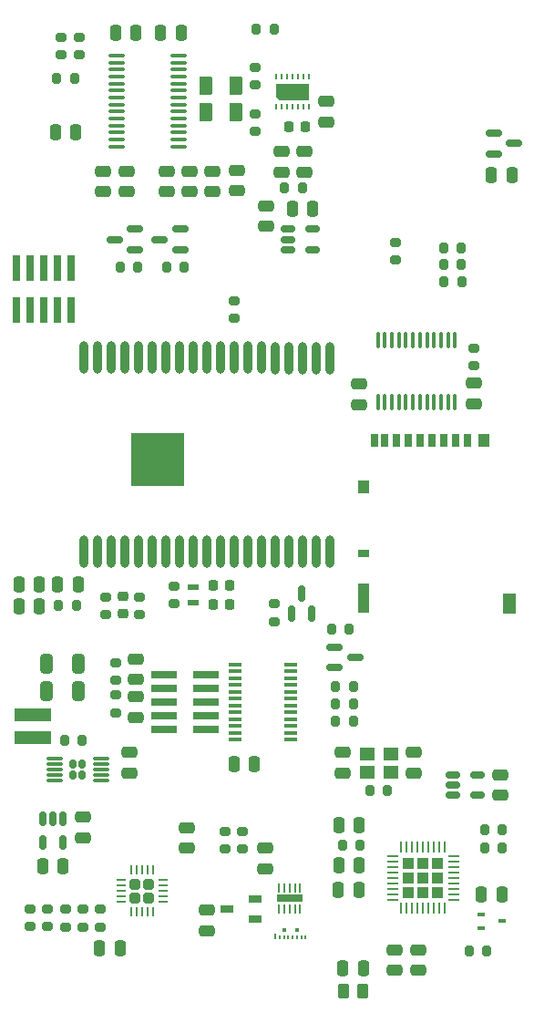
<source format=gtp>
%TF.GenerationSoftware,KiCad,Pcbnew,(6.0.5-0)*%
%TF.CreationDate,2022-09-11T18:06:33+10:00*%
%TF.ProjectId,gay-ipod,6761792d-6970-46f6-942e-6b696361645f,rev?*%
%TF.SameCoordinates,Original*%
%TF.FileFunction,Paste,Top*%
%TF.FilePolarity,Positive*%
%FSLAX46Y46*%
G04 Gerber Fmt 4.6, Leading zero omitted, Abs format (unit mm)*
G04 Created by KiCad (PCBNEW (6.0.5-0)) date 2022-09-11 18:06:33*
%MOMM*%
%LPD*%
G01*
G04 APERTURE LIST*
G04 Aperture macros list*
%AMRoundRect*
0 Rectangle with rounded corners*
0 $1 Rounding radius*
0 $2 $3 $4 $5 $6 $7 $8 $9 X,Y pos of 4 corners*
0 Add a 4 corners polygon primitive as box body*
4,1,4,$2,$3,$4,$5,$6,$7,$8,$9,$2,$3,0*
0 Add four circle primitives for the rounded corners*
1,1,$1+$1,$2,$3*
1,1,$1+$1,$4,$5*
1,1,$1+$1,$6,$7*
1,1,$1+$1,$8,$9*
0 Add four rect primitives between the rounded corners*
20,1,$1+$1,$2,$3,$4,$5,0*
20,1,$1+$1,$4,$5,$6,$7,0*
20,1,$1+$1,$6,$7,$8,$9,0*
20,1,$1+$1,$8,$9,$2,$3,0*%
%AMOutline5P*
0 Free polygon, 5 corners , with rotation*
0 The origin of the aperture is its center*
0 number of corners: always 5*
0 $1 to $10 corner X, Y*
0 $11 Rotation angle, in degrees counterclockwise*
0 create outline with 5 corners*
4,1,5,$1,$2,$3,$4,$5,$6,$7,$8,$9,$10,$1,$2,$11*%
%AMOutline6P*
0 Free polygon, 6 corners , with rotation*
0 The origin of the aperture is its center*
0 number of corners: always 6*
0 $1 to $12 corner X, Y*
0 $13 Rotation angle, in degrees counterclockwise*
0 create outline with 6 corners*
4,1,6,$1,$2,$3,$4,$5,$6,$7,$8,$9,$10,$11,$12,$1,$2,$13*%
%AMOutline7P*
0 Free polygon, 7 corners , with rotation*
0 The origin of the aperture is its center*
0 number of corners: always 7*
0 $1 to $14 corner X, Y*
0 $15 Rotation angle, in degrees counterclockwise*
0 create outline with 7 corners*
4,1,7,$1,$2,$3,$4,$5,$6,$7,$8,$9,$10,$11,$12,$13,$14,$1,$2,$15*%
%AMOutline8P*
0 Free polygon, 8 corners , with rotation*
0 The origin of the aperture is its center*
0 number of corners: always 8*
0 $1 to $16 corner X, Y*
0 $17 Rotation angle, in degrees counterclockwise*
0 create outline with 8 corners*
4,1,8,$1,$2,$3,$4,$5,$6,$7,$8,$9,$10,$11,$12,$13,$14,$15,$16,$1,$2,$17*%
G04 Aperture macros list end*
%ADD10R,5.000000X5.000000*%
%ADD11O,0.900000X3.000000*%
%ADD12R,2.400000X0.740000*%
%ADD13RoundRect,0.200000X0.275000X-0.200000X0.275000X0.200000X-0.275000X0.200000X-0.275000X-0.200000X0*%
%ADD14RoundRect,0.250000X-0.250000X-0.475000X0.250000X-0.475000X0.250000X0.475000X-0.250000X0.475000X0*%
%ADD15RoundRect,0.250000X0.250000X0.475000X-0.250000X0.475000X-0.250000X-0.475000X0.250000X-0.475000X0*%
%ADD16RoundRect,0.225000X-0.225000X-0.250000X0.225000X-0.250000X0.225000X0.250000X-0.225000X0.250000X0*%
%ADD17Outline5P,-1.500000X0.800000X1.500000X0.800000X1.500000X-0.800000X-1.180000X-0.800000X-1.500000X-0.480000X0.000000*%
%ADD18R,0.250000X0.600000*%
%ADD19RoundRect,0.200000X-0.200000X-0.275000X0.200000X-0.275000X0.200000X0.275000X-0.200000X0.275000X0*%
%ADD20RoundRect,0.200000X-0.275000X0.200000X-0.275000X-0.200000X0.275000X-0.200000X0.275000X0.200000X0*%
%ADD21RoundRect,0.150000X0.150000X-0.587500X0.150000X0.587500X-0.150000X0.587500X-0.150000X-0.587500X0*%
%ADD22RoundRect,0.100000X0.100000X-0.637500X0.100000X0.637500X-0.100000X0.637500X-0.100000X-0.637500X0*%
%ADD23RoundRect,0.200000X0.200000X0.275000X-0.200000X0.275000X-0.200000X-0.275000X0.200000X-0.275000X0*%
%ADD24R,0.740000X2.400000*%
%ADD25RoundRect,0.075000X0.650000X0.075000X-0.650000X0.075000X-0.650000X-0.075000X0.650000X-0.075000X0*%
%ADD26RoundRect,0.175000X0.175000X0.220000X-0.175000X0.220000X-0.175000X-0.220000X0.175000X-0.220000X0*%
%ADD27RoundRect,0.150000X0.587500X0.150000X-0.587500X0.150000X-0.587500X-0.150000X0.587500X-0.150000X0*%
%ADD28RoundRect,0.250000X0.475000X-0.250000X0.475000X0.250000X-0.475000X0.250000X-0.475000X-0.250000X0*%
%ADD29RoundRect,0.250000X-0.325000X-0.650000X0.325000X-0.650000X0.325000X0.650000X-0.325000X0.650000X0*%
%ADD30RoundRect,0.250000X-0.255000X0.255000X-0.255000X-0.255000X0.255000X-0.255000X0.255000X0.255000X0*%
%ADD31RoundRect,0.062500X-0.062500X0.350000X-0.062500X-0.350000X0.062500X-0.350000X0.062500X0.350000X0*%
%ADD32RoundRect,0.062500X-0.350000X0.062500X-0.350000X-0.062500X0.350000X-0.062500X0.350000X0.062500X0*%
%ADD33RoundRect,0.250000X-0.475000X0.250000X-0.475000X-0.250000X0.475000X-0.250000X0.475000X0.250000X0*%
%ADD34RoundRect,0.150000X-0.512500X-0.150000X0.512500X-0.150000X0.512500X0.150000X-0.512500X0.150000X0*%
%ADD35R,1.400000X1.200000*%
%ADD36RoundRect,0.150000X-0.150000X0.512500X-0.150000X-0.512500X0.150000X-0.512500X0.150000X0.512500X0*%
%ADD37R,1.200000X0.400000*%
%ADD38RoundRect,0.150000X-0.587500X-0.150000X0.587500X-0.150000X0.587500X0.150000X-0.587500X0.150000X0*%
%ADD39R,1.000000X1.200000*%
%ADD40R,1.000000X2.800000*%
%ADD41R,1.300000X1.900000*%
%ADD42R,1.000000X0.800000*%
%ADD43R,0.700000X1.200000*%
%ADD44RoundRect,0.225000X0.225000X0.250000X-0.225000X0.250000X-0.225000X-0.250000X0.225000X-0.250000X0*%
%ADD45R,0.300000X0.400000*%
%ADD46R,0.254000X0.406400*%
%ADD47R,0.254000X0.508000*%
%ADD48RoundRect,0.225000X0.250000X-0.225000X0.250000X0.225000X-0.250000X0.225000X-0.250000X-0.225000X0*%
%ADD49RoundRect,0.062500X-0.062500X-0.475000X0.062500X-0.475000X0.062500X0.475000X-0.062500X0.475000X0*%
%ADD50RoundRect,0.062500X-0.475000X-0.062500X0.475000X-0.062500X0.475000X0.062500X-0.475000X0.062500X0*%
%ADD51RoundRect,0.250000X-0.300000X-0.300000X0.300000X-0.300000X0.300000X0.300000X-0.300000X0.300000X0*%
%ADD52R,1.100000X0.600000*%
%ADD53RoundRect,0.100000X0.637500X0.100000X-0.637500X0.100000X-0.637500X-0.100000X0.637500X-0.100000X0*%
%ADD54R,0.700000X0.450000*%
%ADD55RoundRect,0.250000X-0.375000X-0.625000X0.375000X-0.625000X0.375000X0.625000X-0.375000X0.625000X0*%
%ADD56RoundRect,0.250000X-0.262500X-0.450000X0.262500X-0.450000X0.262500X0.450000X-0.262500X0.450000X0*%
%ADD57R,2.489200X0.736600*%
%ADD58R,0.254000X0.812800*%
%ADD59R,3.400000X1.300000*%
%ADD60R,1.220000X0.650000*%
G04 APERTURE END LIST*
D10*
%TO.C,U101*%
X130279996Y-98800006D03*
D11*
X123359996Y-89370006D03*
X124629996Y-89370006D03*
X125899996Y-89370006D03*
X127169996Y-89370006D03*
X128439996Y-89370006D03*
X129709996Y-89370006D03*
X130979996Y-89370006D03*
X132249996Y-89370006D03*
X133519996Y-89370006D03*
X134789996Y-89370006D03*
X136059996Y-89370006D03*
X137329996Y-89370006D03*
X138599996Y-89370006D03*
X139869996Y-89370006D03*
X141169996Y-89400006D03*
X142439996Y-89400006D03*
X143709996Y-89400006D03*
X144979996Y-89400006D03*
X146249996Y-89400006D03*
X146249996Y-107400006D03*
X144979996Y-107400006D03*
X143709996Y-107400006D03*
X142439996Y-107400006D03*
X141169996Y-107400006D03*
X139869996Y-107400006D03*
X138599996Y-107400006D03*
X137329996Y-107400006D03*
X136059996Y-107400006D03*
X134789996Y-107400006D03*
X133519996Y-107400006D03*
X132249996Y-107400006D03*
X130979996Y-107400006D03*
X129709996Y-107400006D03*
X128439996Y-107400006D03*
X127169996Y-107400006D03*
X125899996Y-107400006D03*
X124629996Y-107400006D03*
X123359996Y-107400006D03*
%TD*%
D12*
%TO.C,J102*%
X130850000Y-118860000D03*
X134750000Y-118860000D03*
X130850000Y-120130000D03*
X134750000Y-120130000D03*
X130850000Y-121400000D03*
X134750000Y-121400000D03*
X130850000Y-122670000D03*
X134750000Y-122670000D03*
X130850000Y-123940000D03*
X134750000Y-123940000D03*
%TD*%
D13*
%TO.C,R303*%
X122950000Y-59625000D03*
X122950000Y-61275000D03*
%TD*%
%TO.C,R309*%
X121300000Y-59625000D03*
X121300000Y-61275000D03*
%TD*%
D14*
%TO.C,C302*%
X132450000Y-59200000D03*
X130550009Y-59200004D03*
%TD*%
D15*
%TO.C,C301*%
X126350000Y-59200000D03*
X128249991Y-59199992D03*
%TD*%
D16*
%TO.C,C312*%
X143975000Y-67950000D03*
X142425000Y-67950000D03*
%TD*%
D17*
%TO.C,U301*%
X142800000Y-64700000D03*
D18*
X141300000Y-63300000D03*
X141800000Y-63300000D03*
X142300000Y-63300000D03*
X142800000Y-63300000D03*
X143300000Y-63300000D03*
X143800000Y-63300000D03*
X144300000Y-63300000D03*
X144300000Y-66100000D03*
X143800000Y-66100000D03*
X143300000Y-66100000D03*
X142800000Y-66100000D03*
X142300000Y-66100000D03*
X141800000Y-66100000D03*
X141300000Y-66100000D03*
%TD*%
D19*
%TO.C,R310*%
X141075000Y-58850000D03*
X139425000Y-58850000D03*
%TD*%
D20*
%TO.C,R305*%
X139275000Y-64075000D03*
X139275000Y-62425000D03*
%TD*%
%TO.C,R304*%
X139300000Y-68375000D03*
X139300000Y-66725000D03*
%TD*%
D19*
%TO.C,R302*%
X143675000Y-73600000D03*
X142025000Y-73600000D03*
%TD*%
D21*
%TO.C,Q403*%
X143650000Y-111312500D03*
X144600000Y-113187500D03*
X142700000Y-113187500D03*
%TD*%
D22*
%TO.C,U405*%
X150725000Y-87787500D03*
X151375000Y-87787500D03*
X152025000Y-87787500D03*
X152675000Y-87787500D03*
X153325000Y-87787500D03*
X153975000Y-87787500D03*
X154625000Y-87787500D03*
X155275000Y-87787500D03*
X155925000Y-87787500D03*
X156575000Y-87787500D03*
X157225000Y-87787500D03*
X157875000Y-87787500D03*
X157875000Y-93512500D03*
X157225000Y-93512500D03*
X156575000Y-93512500D03*
X155925000Y-93512500D03*
X155275000Y-93512500D03*
X154625000Y-93512500D03*
X153975000Y-93512500D03*
X153325000Y-93512500D03*
X152675000Y-93512500D03*
X152025000Y-93512500D03*
X151375000Y-93512500D03*
X150725000Y-93512500D03*
%TD*%
D23*
%TO.C,R210*%
X146775000Y-119950000D03*
X148425000Y-119950000D03*
%TD*%
%TO.C,R207*%
X148425000Y-123150000D03*
X146775000Y-123150000D03*
%TD*%
%TO.C,R209*%
X148425000Y-121550000D03*
X146775000Y-121550000D03*
%TD*%
D24*
%TO.C,U103*%
X117160000Y-84950000D03*
X117160000Y-81050000D03*
X118430000Y-84950000D03*
X118430000Y-81050000D03*
X119700000Y-84950000D03*
X119700000Y-81050000D03*
X120970000Y-84950000D03*
X120970000Y-81050000D03*
X122240000Y-84950000D03*
X122240000Y-81050000D03*
%TD*%
D15*
%TO.C,C212*%
X142750000Y-75550000D03*
X144650000Y-75550000D03*
%TD*%
D13*
%TO.C,R201*%
X138100000Y-133375000D03*
X138100000Y-135025000D03*
%TD*%
D25*
%TO.C,U202*%
X120675000Y-128625000D03*
X120675000Y-128125000D03*
X120675000Y-127625000D03*
X120675000Y-127125000D03*
X120675000Y-126625000D03*
X124975000Y-126625000D03*
X124975000Y-127125000D03*
X124975000Y-127625000D03*
X124975000Y-128125000D03*
X124975000Y-128625000D03*
D26*
X123245000Y-127155000D03*
X122405000Y-127155000D03*
X122405000Y-128095000D03*
X123245000Y-128095000D03*
%TD*%
D20*
%TO.C,R107*%
X131775000Y-112225000D03*
X131775000Y-110575000D03*
%TD*%
D27*
%TO.C,Q301*%
X130462500Y-78400000D03*
X132337500Y-77450000D03*
X132337500Y-79350000D03*
%TD*%
D28*
%TO.C,C204*%
X128200000Y-117375000D03*
X128200000Y-119275000D03*
%TD*%
D20*
%TO.C,R211*%
X126400000Y-119350000D03*
X126400000Y-117700000D03*
%TD*%
D29*
%TO.C,C207*%
X122900000Y-117825000D03*
X119950000Y-117825000D03*
%TD*%
D23*
%TO.C,R213*%
X121600000Y-124925000D03*
X123250000Y-124925000D03*
%TD*%
D30*
%TO.C,U201*%
X129425000Y-139525000D03*
X129425000Y-138275000D03*
X128175000Y-138275000D03*
X128175000Y-139525000D03*
D31*
X129800000Y-136962500D03*
X129300000Y-136962500D03*
X128800000Y-136962500D03*
X128300000Y-136962500D03*
X127800000Y-136962500D03*
D32*
X126862500Y-137900000D03*
X126862500Y-138400000D03*
X126862500Y-138900000D03*
X126862500Y-139400000D03*
X126862500Y-139900000D03*
D31*
X127800000Y-140837500D03*
X128300000Y-140837500D03*
X128800000Y-140837500D03*
X129300000Y-140837500D03*
X129800000Y-140837500D03*
D32*
X130737500Y-139900000D03*
X130737500Y-139400000D03*
X130737500Y-138900000D03*
X130737500Y-138400000D03*
X130737500Y-137900000D03*
%TD*%
D33*
%TO.C,C201*%
X134800000Y-142600000D03*
X134800000Y-140700000D03*
%TD*%
D20*
%TO.C,R203*%
X123300000Y-142250000D03*
X123300000Y-140600000D03*
%TD*%
%TO.C,R412*%
X159650000Y-90125000D03*
X159650000Y-88475000D03*
%TD*%
D15*
%TO.C,C202*%
X124850000Y-144200000D03*
X126750000Y-144200000D03*
%TD*%
D28*
%TO.C,C416*%
X148950000Y-91850000D03*
X148950000Y-93750000D03*
%TD*%
%TO.C,C413*%
X147400000Y-126050000D03*
X147400000Y-127950000D03*
%TD*%
D23*
%TO.C,R103*%
X156825000Y-80750000D03*
X158475000Y-80750000D03*
%TD*%
D34*
%TO.C,U403*%
X159937500Y-128100000D03*
X159937500Y-130000000D03*
X157662500Y-130000000D03*
X157662500Y-129050000D03*
X157662500Y-128100000D03*
%TD*%
D23*
%TO.C,R403*%
X160625000Y-134900000D03*
X162275000Y-134900000D03*
%TD*%
D33*
%TO.C,C314*%
X137600000Y-73900000D03*
X137600000Y-72000000D03*
%TD*%
D14*
%TO.C,C403*%
X148950000Y-138800000D03*
X147050000Y-138800000D03*
%TD*%
D33*
%TO.C,C305*%
X141800000Y-72150000D03*
X141800000Y-70250000D03*
%TD*%
D35*
%TO.C,Y401*%
X149700000Y-126150000D03*
X151900000Y-126150000D03*
X151900000Y-127850000D03*
X149700000Y-127850000D03*
%TD*%
D36*
%TO.C,U203*%
X121450000Y-134437500D03*
X119550000Y-134437500D03*
X119550000Y-132162500D03*
X120500000Y-132162500D03*
X121450000Y-132162500D03*
%TD*%
D15*
%TO.C,C103*%
X117350000Y-112500000D03*
X119250000Y-112500000D03*
%TD*%
D14*
%TO.C,C105*%
X139250000Y-127100000D03*
X137350000Y-127100000D03*
%TD*%
D33*
%TO.C,C311*%
X135300000Y-73950000D03*
X135300000Y-72050000D03*
%TD*%
D23*
%TO.C,R101*%
X121050000Y-112400000D03*
X122700000Y-112400000D03*
%TD*%
D19*
%TO.C,R405*%
X151625000Y-129600000D03*
X149975000Y-129600000D03*
%TD*%
D13*
%TO.C,R212*%
X128600000Y-111625000D03*
X128600000Y-113275000D03*
%TD*%
D15*
%TO.C,C315*%
X120750000Y-68475000D03*
X122650000Y-68475000D03*
%TD*%
D20*
%TO.C,R215*%
X125400000Y-113275000D03*
X125400000Y-111625000D03*
%TD*%
D37*
%TO.C,U102*%
X137450000Y-124842500D03*
X137450000Y-124207500D03*
X137450000Y-123572500D03*
X137450000Y-122937500D03*
X137450000Y-122302500D03*
X137450000Y-121667500D03*
X137450000Y-121032500D03*
X137450000Y-120397500D03*
X137450000Y-119762500D03*
X137450000Y-119127500D03*
X137450000Y-118492500D03*
X137450000Y-117857500D03*
X142650000Y-117857500D03*
X142650000Y-118492500D03*
X142650000Y-119127500D03*
X142650000Y-119762500D03*
X142650000Y-120397500D03*
X142650000Y-121032500D03*
X142650000Y-121667500D03*
X142650000Y-122302500D03*
X142650000Y-122937500D03*
X142650000Y-123572500D03*
X142650000Y-124207500D03*
X142650000Y-124842500D03*
%TD*%
D38*
%TO.C,Q101*%
X163337500Y-69500000D03*
X161462500Y-70450000D03*
X161462500Y-68550000D03*
%TD*%
D19*
%TO.C,R306*%
X122525000Y-63450000D03*
X120875000Y-63450000D03*
%TD*%
D16*
%TO.C,C106*%
X136950000Y-110500000D03*
X135400000Y-110500000D03*
%TD*%
D20*
%TO.C,R214*%
X126400000Y-122375000D03*
X126400000Y-120725000D03*
%TD*%
D13*
%TO.C,R206*%
X118400000Y-140575000D03*
X118400000Y-142225000D03*
%TD*%
D39*
%TO.C,J402*%
X160575000Y-97075000D03*
D40*
X149425000Y-111725000D03*
D39*
X149425000Y-101375000D03*
D41*
X162925000Y-112175000D03*
D42*
X149425000Y-107575000D03*
D43*
X150375000Y-97075000D03*
X151325000Y-97075000D03*
X152425000Y-97075000D03*
X153525000Y-97075000D03*
X154625000Y-97075000D03*
X155725000Y-97075000D03*
X156825000Y-97075000D03*
X157925000Y-97075000D03*
X159025000Y-97075000D03*
%TD*%
D15*
%TO.C,C408*%
X160350000Y-139200000D03*
X162250000Y-139200000D03*
%TD*%
D33*
%TO.C,C310*%
X127400000Y-73950000D03*
X127400000Y-72050000D03*
%TD*%
%TO.C,C405*%
X152300000Y-146250000D03*
X152300000Y-144350000D03*
%TD*%
D44*
%TO.C,C107*%
X135400000Y-112300000D03*
X136950000Y-112300000D03*
%TD*%
D33*
%TO.C,C303*%
X133200000Y-73950000D03*
X133200000Y-72050000D03*
%TD*%
D15*
%TO.C,C409*%
X147100000Y-132750000D03*
X149000000Y-132750000D03*
%TD*%
D45*
%TO.C,U402*%
X142004995Y-142526995D03*
X143194993Y-142526995D03*
D46*
X143999994Y-143199993D03*
X143599995Y-143199993D03*
X143199993Y-143199993D03*
X142799994Y-143199993D03*
X142399994Y-143199993D03*
X141999995Y-143199993D03*
X141599993Y-143199993D03*
D47*
X141199994Y-143149193D03*
%TD*%
D33*
%TO.C,C210*%
X123300000Y-133950000D03*
X123300000Y-132050000D03*
%TD*%
D20*
%TO.C,R202*%
X136500000Y-135025000D03*
X136500000Y-133375000D03*
%TD*%
D48*
%TO.C,C209*%
X127000000Y-111575000D03*
X127000000Y-113125000D03*
%TD*%
D33*
%TO.C,C309*%
X125200000Y-73950000D03*
X125200000Y-72050000D03*
%TD*%
D23*
%TO.C,R401*%
X147425000Y-134650000D03*
X149075000Y-134650000D03*
%TD*%
D38*
%TO.C,Q402*%
X148587500Y-117200000D03*
X146712500Y-118150000D03*
X146712500Y-116250000D03*
%TD*%
D28*
%TO.C,C414*%
X154020000Y-126060000D03*
X154020000Y-127960000D03*
%TD*%
D13*
%TO.C,R205*%
X120000000Y-140575000D03*
X120000000Y-142225000D03*
%TD*%
D20*
%TO.C,R408*%
X141050000Y-113875000D03*
X141050000Y-112225000D03*
%TD*%
D49*
%TO.C,U404*%
X152900000Y-134862500D03*
X153400000Y-134862500D03*
X153900000Y-134862500D03*
X154400000Y-134862500D03*
X154900000Y-134862500D03*
X155400000Y-134862500D03*
X155900000Y-134862500D03*
X156400000Y-134862500D03*
X156900000Y-134862500D03*
D50*
X157737500Y-135700000D03*
X157737500Y-136200000D03*
X157737500Y-136700000D03*
X157737500Y-137200000D03*
X157737500Y-137700000D03*
X157737500Y-138200000D03*
X157737500Y-138700000D03*
X157737500Y-139200000D03*
X157737500Y-139700000D03*
D49*
X156900000Y-140537500D03*
X156400000Y-140537500D03*
X155900000Y-140537500D03*
X155400000Y-140537500D03*
X154900000Y-140537500D03*
X154400000Y-140537500D03*
X153900000Y-140537500D03*
X153400000Y-140537500D03*
X152900000Y-140537500D03*
D50*
X152062500Y-139700000D03*
X152062500Y-139200000D03*
X152062500Y-138700000D03*
X152062500Y-138200000D03*
X152062500Y-137700000D03*
X152062500Y-137200000D03*
X152062500Y-136700000D03*
X152062500Y-136200000D03*
X152062500Y-135700000D03*
D51*
X153530000Y-137700000D03*
X154900000Y-136330000D03*
X153530000Y-136330000D03*
X154900000Y-139070000D03*
X156270000Y-137700000D03*
X153530000Y-139070000D03*
X156270000Y-136330000D03*
X154900000Y-137700000D03*
X156270000Y-139070000D03*
%TD*%
D28*
%TO.C,C407*%
X154500000Y-144350000D03*
X154500000Y-146250000D03*
%TD*%
%TO.C,C205*%
X127600000Y-126050000D03*
X127600000Y-127950000D03*
%TD*%
D52*
%TO.C,Y101*%
X133575000Y-112100000D03*
X133575000Y-110700000D03*
%TD*%
D23*
%TO.C,R308*%
X126775000Y-81000000D03*
X128425000Y-81000000D03*
%TD*%
D20*
%TO.C,R204*%
X121700000Y-142250000D03*
X121700000Y-140600000D03*
%TD*%
D28*
%TO.C,C203*%
X133000000Y-133050000D03*
X133000000Y-134950000D03*
%TD*%
%TO.C,C208*%
X128200000Y-120875000D03*
X128200000Y-122775000D03*
%TD*%
D53*
%TO.C,U302*%
X132162500Y-69775000D03*
X132162500Y-69125000D03*
X132162500Y-68475000D03*
X132162500Y-67825000D03*
X132162500Y-67175000D03*
X132162500Y-66525000D03*
X132162500Y-65875000D03*
X132162500Y-65225000D03*
X132162500Y-64575000D03*
X132162500Y-63925000D03*
X132162500Y-63275000D03*
X132162500Y-62625000D03*
X132162500Y-61975000D03*
X132162500Y-61325000D03*
X126437500Y-61325000D03*
X126437500Y-61975000D03*
X126437500Y-62625000D03*
X126437500Y-63275000D03*
X126437500Y-63925000D03*
X126437500Y-64575000D03*
X126437500Y-65225000D03*
X126437500Y-65875000D03*
X126437500Y-66525000D03*
X126437500Y-67175000D03*
X126437500Y-67825000D03*
X126437500Y-68475000D03*
X126437500Y-69125000D03*
X126437500Y-69775000D03*
%TD*%
D27*
%TO.C,Q302*%
X126262500Y-78400000D03*
X128137500Y-77450000D03*
X128137500Y-79350000D03*
%TD*%
D33*
%TO.C,C307*%
X143900000Y-72150000D03*
X143900000Y-70250000D03*
%TD*%
D14*
%TO.C,C101*%
X163150000Y-72400000D03*
X161250000Y-72400000D03*
%TD*%
D54*
%TO.C,D401*%
X162300000Y-141700000D03*
X160300000Y-142350000D03*
X160300000Y-141050000D03*
%TD*%
D55*
%TO.C,C306*%
X137550000Y-66600000D03*
X134750000Y-66600000D03*
%TD*%
D14*
%TO.C,C412*%
X149350000Y-146100000D03*
X147450000Y-146100000D03*
%TD*%
D56*
%TO.C,R406*%
X149312500Y-148200000D03*
X147487500Y-148200000D03*
%TD*%
D57*
%TO.C,U401*%
X142500000Y-139600000D03*
D58*
X141499748Y-138647500D03*
X141999874Y-138647500D03*
X142500000Y-138647500D03*
X143000126Y-138647500D03*
X143500252Y-138647500D03*
X143500252Y-140552500D03*
X143000126Y-140552500D03*
X142500000Y-140552500D03*
X141999874Y-140552500D03*
X141499748Y-140552500D03*
%TD*%
D28*
%TO.C,C406*%
X140250000Y-134950000D03*
X140250000Y-136850000D03*
%TD*%
D23*
%TO.C,R402*%
X159175000Y-144500000D03*
X160825000Y-144500000D03*
%TD*%
D28*
%TO.C,C313*%
X145950000Y-65600000D03*
X145950000Y-67500000D03*
%TD*%
D20*
%TO.C,R301*%
X152350000Y-80325000D03*
X152350000Y-78675000D03*
%TD*%
D14*
%TO.C,C404*%
X149000000Y-136550000D03*
X147100000Y-136550000D03*
%TD*%
D23*
%TO.C,R404*%
X160625000Y-133250000D03*
X162275000Y-133250000D03*
%TD*%
D15*
%TO.C,C102*%
X117350000Y-110400000D03*
X119250000Y-110400000D03*
%TD*%
%TO.C,C104*%
X120950000Y-110400000D03*
X122850000Y-110400000D03*
%TD*%
D23*
%TO.C,R307*%
X131075000Y-81000000D03*
X132725000Y-81000000D03*
%TD*%
D55*
%TO.C,C308*%
X137550000Y-64150000D03*
X134750000Y-64150000D03*
%TD*%
D13*
%TO.C,R105*%
X137400000Y-85725000D03*
X137400000Y-84075000D03*
%TD*%
D28*
%TO.C,C213*%
X140300000Y-75300000D03*
X140300000Y-77200000D03*
%TD*%
D33*
%TO.C,C304*%
X131100000Y-73950000D03*
X131100000Y-72050000D03*
%TD*%
D15*
%TO.C,C211*%
X119550000Y-136600000D03*
X121450000Y-136600000D03*
%TD*%
D59*
%TO.C,L201*%
X118625000Y-122575000D03*
X118625000Y-124675000D03*
%TD*%
D60*
%TO.C,Q401*%
X136690000Y-140600000D03*
X139310000Y-139650000D03*
X139310000Y-141550000D03*
%TD*%
D29*
%TO.C,C206*%
X122900000Y-120325000D03*
X119950000Y-120325000D03*
%TD*%
D28*
%TO.C,C415*%
X159650000Y-91750000D03*
X159650000Y-93650000D03*
%TD*%
%TO.C,C411*%
X162120000Y-128110000D03*
X162120000Y-130010000D03*
%TD*%
D20*
%TO.C,R208*%
X124900000Y-142250000D03*
X124900000Y-140600000D03*
%TD*%
D23*
%TO.C,R102*%
X156875000Y-82300000D03*
X158525000Y-82300000D03*
%TD*%
%TO.C,R104*%
X156825000Y-79160000D03*
X158475000Y-79160000D03*
%TD*%
D34*
%TO.C,U204*%
X144637500Y-77450000D03*
X144637500Y-79350000D03*
X142362500Y-79350000D03*
X142362500Y-78400000D03*
X142362500Y-77450000D03*
%TD*%
D19*
%TO.C,R407*%
X148050000Y-114600000D03*
X146400000Y-114600000D03*
%TD*%
M02*

</source>
